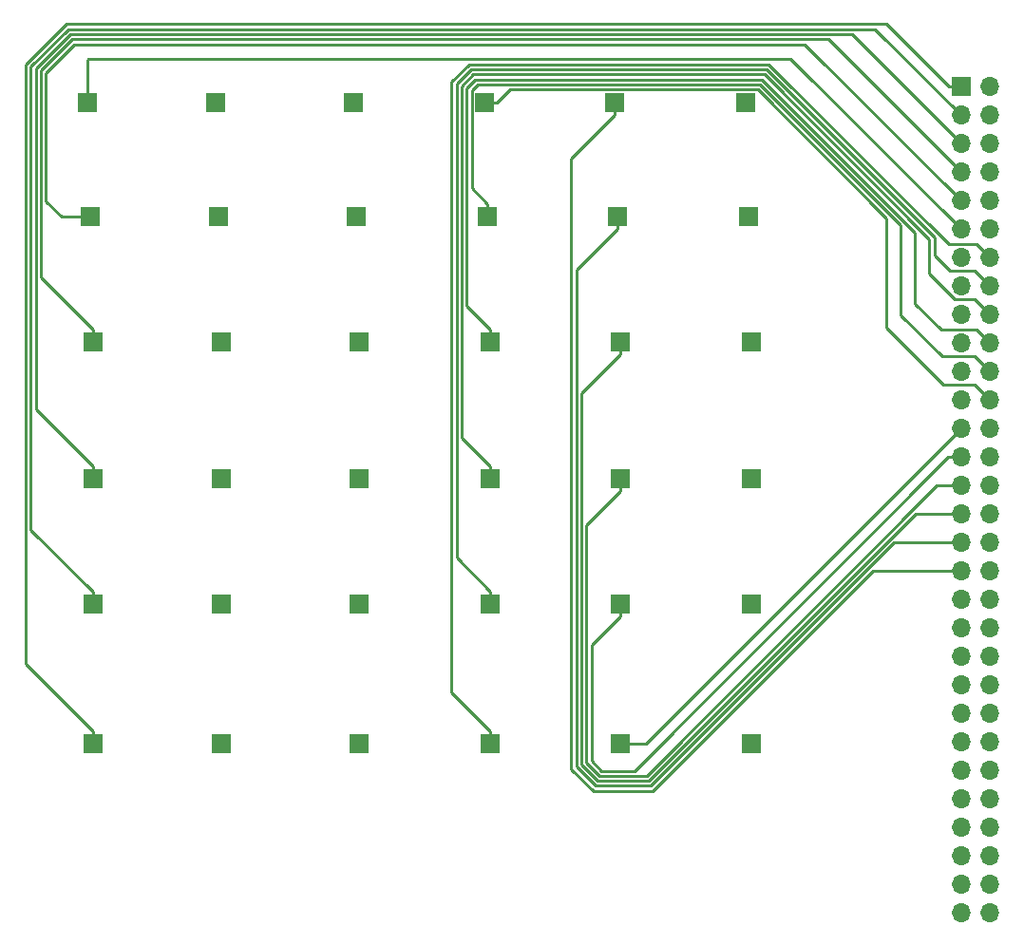
<source format=gtl>
G04 #@! TF.FileFunction,Copper,L1,Top,Signal*
%FSLAX46Y46*%
G04 Gerber Fmt 4.6, Leading zero omitted, Abs format (unit mm)*
G04 Created by KiCad (PCBNEW 4.0.7) date 03/13/18 20:50:31*
%MOMM*%
%LPD*%
G01*
G04 APERTURE LIST*
%ADD10C,0.100000*%
%ADD11R,1.700000X1.700000*%
%ADD12O,1.700000X1.700000*%
%ADD13C,0.600000*%
%ADD14C,0.250000*%
G04 APERTURE END LIST*
D10*
D11*
X115951000Y-125857000D03*
X127381000Y-125857000D03*
X139700000Y-125857000D03*
X151384000Y-125857000D03*
X162941000Y-125857000D03*
X174625000Y-125857000D03*
X115951000Y-113411000D03*
X127381000Y-113411000D03*
X139700000Y-113411000D03*
X151384000Y-113411000D03*
X162941000Y-113411000D03*
X174625000Y-113411000D03*
X115951000Y-102235000D03*
X127381000Y-102235000D03*
X139700000Y-102235000D03*
X151384000Y-102235000D03*
X162941000Y-102235000D03*
X174625000Y-102235000D03*
X115951000Y-90043000D03*
X127381000Y-90043000D03*
X139700000Y-90043000D03*
X151384000Y-90043000D03*
X162941000Y-90043000D03*
X174625000Y-90043000D03*
X115697000Y-78867000D03*
X127127000Y-78867000D03*
X139446000Y-78867000D03*
X151130000Y-78867000D03*
X162687000Y-78867000D03*
X174371000Y-78867000D03*
X115443000Y-68707000D03*
X126873000Y-68707000D03*
X139192000Y-68707000D03*
X150876000Y-68707000D03*
X162433000Y-68707000D03*
X174117000Y-68707000D03*
X193350096Y-67288000D03*
D12*
X195890096Y-67288000D03*
X193350096Y-69828000D03*
X195890096Y-69828000D03*
X193350096Y-72368000D03*
X195890096Y-72368000D03*
X193350096Y-74908000D03*
X195890096Y-74908000D03*
X193350096Y-77448000D03*
X195890096Y-77448000D03*
X193350096Y-79988000D03*
X195890096Y-79988000D03*
X193350096Y-82528000D03*
X195890096Y-82528000D03*
X193350096Y-85068000D03*
X195890096Y-85068000D03*
X193350096Y-87608000D03*
X195890096Y-87608000D03*
X193350096Y-90148000D03*
X195890096Y-90148000D03*
X193350096Y-92688000D03*
X195890096Y-92688000D03*
X193350096Y-95228000D03*
X195890096Y-95228000D03*
X193350096Y-97768000D03*
X195890096Y-97768000D03*
X193350096Y-100308000D03*
X195890096Y-100308000D03*
X193350096Y-102848000D03*
X195890096Y-102848000D03*
X193350096Y-105388000D03*
X195890096Y-105388000D03*
X193350096Y-107928000D03*
X195890096Y-107928000D03*
X193350096Y-110468000D03*
X195890096Y-110468000D03*
X193350096Y-113008000D03*
X195890096Y-113008000D03*
X193350096Y-115548000D03*
X195890096Y-115548000D03*
X193350096Y-118088000D03*
X195890096Y-118088000D03*
X193350096Y-120628000D03*
X195890096Y-120628000D03*
X193350096Y-123168000D03*
X195890096Y-123168000D03*
X193350096Y-125708000D03*
X195890096Y-125708000D03*
X193350096Y-128248000D03*
X195890096Y-128248000D03*
X193350096Y-130788000D03*
X195890096Y-130788000D03*
X193350096Y-133328000D03*
X195890096Y-133328000D03*
X193350096Y-135868000D03*
X195890096Y-135868000D03*
X193350096Y-138408000D03*
X195890096Y-138408000D03*
X193350096Y-140948000D03*
X195890096Y-140948000D03*
D13*
X174625000Y-125857000D03*
D14*
X113554399Y-61699958D02*
X186662054Y-61699958D01*
X109959956Y-65294400D02*
X113554399Y-61699958D01*
X109959956Y-118765956D02*
X109959956Y-65294400D01*
X115951000Y-124757000D02*
X109959956Y-118765956D01*
X186662054Y-61699958D02*
X192250096Y-67288000D01*
X192250096Y-67288000D02*
X193350096Y-67288000D01*
X115951000Y-125857000D02*
X115951000Y-124757000D01*
X194715095Y-81352999D02*
X195890096Y-82528000D01*
X192230055Y-81352999D02*
X194715095Y-81352999D01*
X147900959Y-121273959D02*
X147900959Y-66851397D01*
X147900959Y-66851397D02*
X149470410Y-65281946D01*
X176159002Y-65281946D02*
X192230055Y-81352999D01*
X149470410Y-65281946D02*
X176159002Y-65281946D01*
X151384000Y-124757000D02*
X147900959Y-121273959D01*
X151384000Y-125857000D02*
X151384000Y-124757000D01*
X193350096Y-97768000D02*
X165261096Y-125857000D01*
X165261096Y-125857000D02*
X162941000Y-125857000D01*
X113740799Y-62149969D02*
X185672065Y-62149969D01*
X110409967Y-106769967D02*
X110409967Y-65480800D01*
X185672065Y-62149969D02*
X193350096Y-69828000D01*
X110409967Y-65480800D02*
X113740799Y-62149969D01*
X115951000Y-112311000D02*
X110409967Y-106769967D01*
X115951000Y-113411000D02*
X115951000Y-112311000D01*
X190950011Y-80709366D02*
X190950011Y-82363600D01*
X190950011Y-82363600D02*
X192289412Y-83703001D01*
X194525097Y-83703001D02*
X195890096Y-85068000D01*
X149656810Y-65731957D02*
X175972602Y-65731957D01*
X192289412Y-83703001D02*
X194525097Y-83703001D01*
X151384000Y-112311000D02*
X148350970Y-109277970D01*
X151384000Y-113411000D02*
X151384000Y-112311000D01*
X148350970Y-67037797D02*
X149656810Y-65731957D01*
X175972602Y-65731957D02*
X190950011Y-80709366D01*
X148350970Y-109277970D02*
X148350970Y-67037797D01*
X192148015Y-100308000D02*
X193350096Y-100308000D01*
X160376017Y-127356013D02*
X161290001Y-128270000D01*
X160376017Y-117075983D02*
X160376017Y-127356013D01*
X164186015Y-128270000D02*
X192148015Y-100308000D01*
X162941000Y-114511000D02*
X160376017Y-117075983D01*
X162941000Y-113411000D02*
X162941000Y-114511000D01*
X161290001Y-128270000D02*
X164186015Y-128270000D01*
X115951000Y-102235000D02*
X115951000Y-101135000D01*
X113927199Y-62599980D02*
X183582076Y-62599980D01*
X183582076Y-62599980D02*
X193350096Y-72368000D01*
X115951000Y-101135000D02*
X110859978Y-96043978D01*
X110859978Y-96043978D02*
X110859978Y-65667200D01*
X110859978Y-65667200D02*
X113927199Y-62599980D01*
X194525097Y-86243001D02*
X195890096Y-87608000D01*
X190500000Y-80895766D02*
X190500000Y-83956906D01*
X148800981Y-67224197D02*
X149843210Y-66181968D01*
X175786202Y-66181968D02*
X190500000Y-80895766D01*
X192786095Y-86243001D02*
X194525097Y-86243001D01*
X190500000Y-83956906D02*
X192786095Y-86243001D01*
X149843210Y-66181968D02*
X175786202Y-66181968D01*
X148800981Y-98551981D02*
X148800981Y-67224197D01*
X151384000Y-101135000D02*
X148800981Y-98551981D01*
X151384000Y-102235000D02*
X151384000Y-101135000D01*
X162941000Y-103335000D02*
X162941000Y-102235000D01*
X159926006Y-106349994D02*
X162941000Y-103335000D01*
X159926006Y-127542413D02*
X159926006Y-106349994D01*
X161103601Y-128720011D02*
X159926006Y-127542413D01*
X193350096Y-102848000D02*
X191152769Y-102848000D01*
X191152769Y-102848000D02*
X165280758Y-128720011D01*
X165280758Y-128720011D02*
X161103601Y-128720011D01*
X181492087Y-63049991D02*
X193350096Y-74908000D01*
X114113599Y-63049991D02*
X181492087Y-63049991D01*
X111309989Y-65853600D02*
X114113599Y-63049991D01*
X111309989Y-84301989D02*
X111309989Y-65853600D01*
X115951000Y-88943000D02*
X111309989Y-84301989D01*
X115951000Y-90043000D02*
X115951000Y-88943000D01*
X194715095Y-88972999D02*
X195890096Y-90148000D01*
X191564095Y-88972999D02*
X194715095Y-88972999D01*
X175599802Y-66631979D02*
X189230000Y-80262177D01*
X189230000Y-86638904D02*
X191564095Y-88972999D01*
X189230000Y-80262177D02*
X189230000Y-86638904D01*
X150029610Y-66631979D02*
X175599802Y-66631979D01*
X149250992Y-67410597D02*
X150029610Y-66631979D01*
X149250992Y-86809992D02*
X149250992Y-67410597D01*
X151384000Y-90043000D02*
X151384000Y-88943000D01*
X151384000Y-88943000D02*
X149250992Y-86809992D01*
X159475995Y-94608005D02*
X162941000Y-91143000D01*
X189249180Y-105388000D02*
X165467158Y-129170022D01*
X162941000Y-91143000D02*
X162941000Y-90043000D01*
X193350096Y-105388000D02*
X189249180Y-105388000D01*
X165467158Y-129170022D02*
X160917201Y-129170022D01*
X159475995Y-127728813D02*
X159475995Y-94608005D01*
X160917201Y-129170022D02*
X159475995Y-127728813D01*
X115697000Y-78867000D02*
X113157000Y-78867000D01*
X114300000Y-63500000D02*
X179402096Y-63500000D01*
X113157000Y-78867000D02*
X111760000Y-77470000D01*
X111760000Y-77470000D02*
X111760000Y-66040000D01*
X111760000Y-66040000D02*
X114300000Y-63500000D01*
X179402096Y-63500000D02*
X193350096Y-77448000D01*
X149700999Y-76337999D02*
X149700999Y-67596999D01*
X194525097Y-91323001D02*
X195890096Y-92688000D01*
X151130000Y-77767000D02*
X149700999Y-76337999D01*
X187960000Y-87630000D02*
X191653001Y-91323001D01*
X187960000Y-79628587D02*
X187960000Y-87630000D01*
X151130000Y-78867000D02*
X151130000Y-77767000D01*
X191653001Y-91323001D02*
X194525097Y-91323001D01*
X149700999Y-67596999D02*
X150216009Y-67081989D01*
X150216009Y-67081989D02*
X175413401Y-67081988D01*
X175413401Y-67081988D02*
X187960000Y-79628587D01*
X162687000Y-79967000D02*
X162687000Y-78867000D01*
X160730801Y-129620033D02*
X159025984Y-127915214D01*
X187345590Y-107928000D02*
X165653557Y-129620033D01*
X165653557Y-129620033D02*
X160730801Y-129620033D01*
X159025985Y-83628015D02*
X162687000Y-79967000D01*
X159025984Y-127915214D02*
X159025985Y-83628015D01*
X193350096Y-107928000D02*
X187345590Y-107928000D01*
X115570000Y-64770000D02*
X178132096Y-64770000D01*
X178132096Y-64770000D02*
X193350096Y-79988000D01*
X115443000Y-64897000D02*
X115570000Y-64770000D01*
X115443000Y-68707000D02*
X115443000Y-64897000D01*
X150876000Y-68707000D02*
X151976000Y-68707000D01*
X191770000Y-93863001D02*
X194525097Y-93863001D01*
X151976000Y-68707000D02*
X153151001Y-67531999D01*
X153151001Y-67531999D02*
X175227001Y-67531999D01*
X175227001Y-67531999D02*
X186690000Y-78994998D01*
X194525097Y-93863001D02*
X195890096Y-95228000D01*
X186690000Y-78994998D02*
X186690000Y-88783001D01*
X186690000Y-88783001D02*
X191770000Y-93863001D01*
X162433000Y-68707000D02*
X162433000Y-69807000D01*
X158575974Y-128101613D02*
X160544401Y-130070044D01*
X162433000Y-69807000D02*
X158575975Y-73664025D01*
X158575975Y-73664025D02*
X158575974Y-128101613D01*
X160544401Y-130070044D02*
X165839956Y-130070044D01*
X165839956Y-130070044D02*
X185442000Y-110468000D01*
X185442000Y-110468000D02*
X193350096Y-110468000D01*
M02*

</source>
